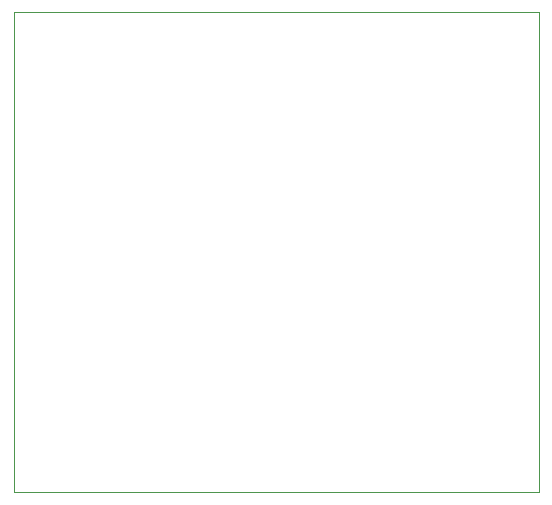
<source format=gbr>
%TF.GenerationSoftware,KiCad,Pcbnew,(5.1.8)-1*%
%TF.CreationDate,2021-01-15T11:06:26+00:00*%
%TF.ProjectId,Bat_Listner_JLCPCB,4261745f-4c69-4737-946e-65725f4a4c43,rev?*%
%TF.SameCoordinates,Original*%
%TF.FileFunction,Profile,NP*%
%FSLAX46Y46*%
G04 Gerber Fmt 4.6, Leading zero omitted, Abs format (unit mm)*
G04 Created by KiCad (PCBNEW (5.1.8)-1) date 2021-01-15 11:06:26*
%MOMM*%
%LPD*%
G01*
G04 APERTURE LIST*
%TA.AperFunction,Profile*%
%ADD10C,0.100000*%
%TD*%
G04 APERTURE END LIST*
D10*
X174625000Y-52070000D02*
X174625000Y-92710000D01*
X130175000Y-52070000D02*
X174625000Y-52070000D01*
X130175000Y-92710000D02*
X130175000Y-52070000D01*
X174625000Y-92710000D02*
X130175000Y-92710000D01*
M02*

</source>
